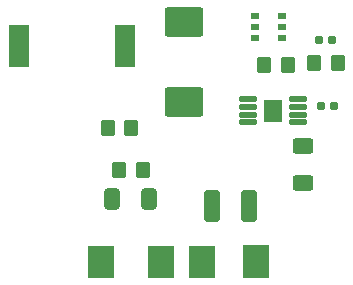
<source format=gts>
G04 #@! TF.GenerationSoftware,KiCad,Pcbnew,9.0.4*
G04 #@! TF.CreationDate,2025-08-28T22:57:06-04:00*
G04 #@! TF.ProjectId,PowerSupply,506f7765-7253-4757-9070-6c792e6b6963,rev?*
G04 #@! TF.SameCoordinates,Original*
G04 #@! TF.FileFunction,Soldermask,Top*
G04 #@! TF.FilePolarity,Negative*
%FSLAX46Y46*%
G04 Gerber Fmt 4.6, Leading zero omitted, Abs format (unit mm)*
G04 Created by KiCad (PCBNEW 9.0.4) date 2025-08-28 22:57:06*
%MOMM*%
%LPD*%
G01*
G04 APERTURE LIST*
G04 Aperture macros list*
%AMRoundRect*
0 Rectangle with rounded corners*
0 $1 Rounding radius*
0 $2 $3 $4 $5 $6 $7 $8 $9 X,Y pos of 4 corners*
0 Add a 4 corners polygon primitive as box body*
4,1,4,$2,$3,$4,$5,$6,$7,$8,$9,$2,$3,0*
0 Add four circle primitives for the rounded corners*
1,1,$1+$1,$2,$3*
1,1,$1+$1,$4,$5*
1,1,$1+$1,$6,$7*
1,1,$1+$1,$8,$9*
0 Add four rect primitives between the rounded corners*
20,1,$1+$1,$2,$3,$4,$5,0*
20,1,$1+$1,$4,$5,$6,$7,0*
20,1,$1+$1,$6,$7,$8,$9,0*
20,1,$1+$1,$8,$9,$2,$3,0*%
G04 Aperture macros list end*
%ADD10C,0.000000*%
%ADD11RoundRect,0.250000X1.400000X1.000000X-1.400000X1.000000X-1.400000X-1.000000X1.400000X-1.000000X0*%
%ADD12RoundRect,0.250000X-0.412500X-0.650000X0.412500X-0.650000X0.412500X0.650000X-0.412500X0.650000X0*%
%ADD13RoundRect,0.250000X-0.350000X-0.450000X0.350000X-0.450000X0.350000X0.450000X-0.350000X0.450000X0*%
%ADD14RoundRect,0.250000X0.625000X-0.400000X0.625000X0.400000X-0.625000X0.400000X-0.625000X-0.400000X0*%
%ADD15RoundRect,0.155000X0.212500X0.155000X-0.212500X0.155000X-0.212500X-0.155000X0.212500X-0.155000X0*%
%ADD16RoundRect,0.125000X-0.600000X-0.125000X0.600000X-0.125000X0.600000X0.125000X-0.600000X0.125000X0*%
%ADD17R,1.570000X1.890000*%
%ADD18R,0.700000X0.510000*%
%ADD19RoundRect,0.250000X0.350000X0.450000X-0.350000X0.450000X-0.350000X-0.450000X0.350000X-0.450000X0*%
%ADD20RoundRect,0.250000X0.412500X1.100000X-0.412500X1.100000X-0.412500X-1.100000X0.412500X-1.100000X0*%
%ADD21RoundRect,0.155000X-0.212500X-0.155000X0.212500X-0.155000X0.212500X0.155000X-0.212500X0.155000X0*%
%ADD22R,1.800000X3.600000*%
G04 APERTURE END LIST*
D10*
G36*
X89550000Y-96680000D02*
G01*
X87350000Y-96680000D01*
X87350000Y-93930000D01*
X89550000Y-93930000D01*
X89550000Y-96680000D01*
G37*
G36*
X102650000Y-96650000D02*
G01*
X100450000Y-96650000D01*
X100450000Y-93900000D01*
X102650000Y-93900000D01*
X102650000Y-96650000D01*
G37*
G36*
X98080000Y-96680000D02*
G01*
X95880000Y-96680000D01*
X95880000Y-93930000D01*
X98080000Y-93930000D01*
X98080000Y-96680000D01*
G37*
G36*
X94620000Y-96680000D02*
G01*
X92420000Y-96680000D01*
X92420000Y-93930000D01*
X94620000Y-93930000D01*
X94620000Y-96680000D01*
G37*
D11*
X95500000Y-81750000D03*
X95500000Y-74950000D03*
D12*
X89375000Y-89980000D03*
X92500000Y-89980000D03*
D13*
X89000000Y-84000000D03*
X91000000Y-84000000D03*
D14*
X105500000Y-88600000D03*
X105500000Y-85500000D03*
D13*
X106500000Y-78500000D03*
X108500000Y-78500000D03*
D15*
X108190000Y-82140000D03*
X107055000Y-82140000D03*
D16*
X100850000Y-81525000D03*
X100850000Y-82175000D03*
X100850000Y-82825000D03*
X100850000Y-83475000D03*
X105150000Y-83475000D03*
X105150000Y-82825000D03*
X105150000Y-82175000D03*
X105150000Y-81525000D03*
D17*
X103000000Y-82500000D03*
D18*
X101440000Y-74450000D03*
X101440000Y-75400000D03*
X101440000Y-76350000D03*
X103760000Y-76350000D03*
X103760000Y-75400000D03*
X103760000Y-74450000D03*
D19*
X104250000Y-78600000D03*
X102250000Y-78600000D03*
D13*
X90000000Y-87500000D03*
X92000000Y-87500000D03*
D20*
X100975000Y-90580000D03*
X97850000Y-90580000D03*
D21*
X106865000Y-76500000D03*
X108000000Y-76500000D03*
D22*
X90500000Y-77000000D03*
X81500000Y-77000000D03*
M02*

</source>
